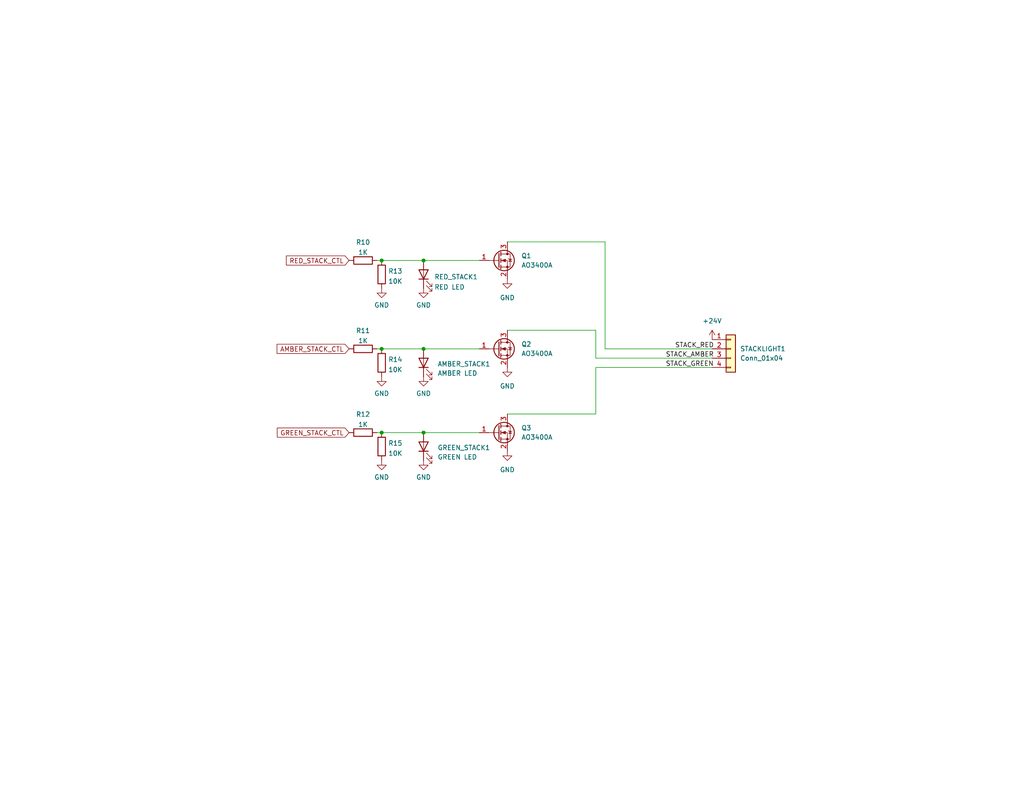
<source format=kicad_sch>
(kicad_sch (version 20211123) (generator eeschema)
  (paper "A")
  (title_block (title "Stacklight Control") (date "2022-10-17") (rev "1") (company "i3Detroit"))
  (lib_symbols
    (symbol "Connector_Generic:Conn_01x04" (pin_names (offset 1.016) hide)
      (property "Reference" "J" (at 0 5.08 0))
      (property "Value" "Conn_01x04" (at 0 -7.62 0))
      (symbol "Conn_01x04_1_1"
        (rectangle (start -1.27 -4.953) (end 0 -5.207) (stroke (width 0.1524)))
        (rectangle (start -1.27 -2.413) (end 0 -2.667) (stroke (width 0.1524)))
        (rectangle (start -1.27 0.127) (end 0 -0.127) (stroke (width 0.1524)))
        (rectangle (start -1.27 2.667) (end 0 2.413) (stroke (width 0.1524)))
        (rectangle (start -1.27 3.81) (end 1.27 -6.35) (stroke (width 0.254)) (fill (type background)))
        (pin passive line (at -5.08 2.54 0) (length 3.81) (name "Pin_1") (number "1"))
        (pin passive line (at -5.08 0 0) (length 3.81) (name "Pin_2") (number "2"))
        (pin passive line (at -5.08 -2.54 0) (length 3.81) (name "Pin_3") (number "3"))
        (pin passive line (at -5.08 -5.08 0) (length 3.81) (name "Pin_4") (number "4"))
      )
    )
    (symbol "Device:LED" (pin_numbers hide) (pin_names (offset 1.016) hide)
      (property "Reference" "D" (at 0 2.54 0))
      (property "Value" "LED" (at 0 -2.54 0))
      (symbol "LED_0_1"
        (polyline (pts (xy -1.27 -1.27) (xy -1.27 1.27)) (stroke (width 0.254)))
        (polyline (pts (xy -1.27 0) (xy 1.27 0)))
        (polyline (pts (xy 1.27 -1.27) (xy 1.27 1.27) (xy -1.27 0) (xy 1.27 -1.27)) (stroke (width 0.254)))
        (polyline (pts (xy -3.048 -0.762) (xy -4.572 -2.286) (xy -3.81 -2.286) (xy -4.572 -2.286) (xy -4.572 -1.524)))
        (polyline (pts (xy -1.778 -0.762) (xy -3.302 -2.286) (xy -2.54 -2.286) (xy -3.302 -2.286) (xy -3.302 -1.524)))
      )
      (symbol "LED_1_1"
        (pin passive line (at -3.81 0 0) (length 2.54) (name "K") (number "1"))
        (pin passive line (at 3.81 0 180) (length 2.54) (name "A") (number "2"))
      )
    )
    (symbol "Device:R" (pin_numbers hide) (pin_names (offset 0))
      (property "Reference" "R" (at 2.032 0 90))
      (property "Value" "R" (at 0 0 90))
      (symbol "R_0_1"
        (rectangle (start -1.016 -2.54) (end 1.016 2.54) (stroke (width 0.254)))
      )
      (symbol "R_1_1"
        (pin passive line (at 0 3.81 270) (length 1.27) (name "~") (number "1"))
        (pin passive line (at 0 -3.81 90) (length 1.27) (name "~") (number "2"))
      )
    )
    (symbol "Transistor_FET:AO3400A" (pin_names hide)
      (property "Reference" "Q" (at 5.08 1.905 0))
      (property "Value" "AO3400A" (at 5.08 0 0))
      (symbol "AO3400A_0_1"
        (polyline (pts (xy 0.254 0) (xy -2.54 0)))
        (polyline (pts (xy 0.254 1.905) (xy 0.254 -1.905)) (stroke (width 0.254)))
        (polyline (pts (xy 0.762 -1.27) (xy 0.762 -2.286)) (stroke (width 0.254)))
        (polyline (pts (xy 0.762 0.508) (xy 0.762 -0.508)) (stroke (width 0.254)))
        (polyline (pts (xy 0.762 2.286) (xy 0.762 1.27)) (stroke (width 0.254)))
        (polyline (pts (xy 2.54 2.54) (xy 2.54 1.778)))
        (polyline (pts (xy 2.54 -2.54) (xy 2.54 0) (xy 0.762 0)))
        (polyline (pts (xy 0.762 -1.778) (xy 3.302 -1.778) (xy 3.302 1.778) (xy 0.762 1.778)))
        (polyline (pts (xy 1.016 0) (xy 2.032 0.381) (xy 2.032 -0.381) (xy 1.016 0)) (fill (type outline)))
        (polyline (pts (xy 2.794 0.508) (xy 2.921 0.381) (xy 3.683 0.381) (xy 3.81 0.254)))
        (polyline (pts (xy 3.302 0.381) (xy 2.921 -0.254) (xy 3.683 -0.254) (xy 3.302 0.381)))
        (circle (center 1.651 0) (radius 2.794) (stroke (width 0.254)))
        (circle (center 2.54 -1.778) (radius 0.254) (fill (type outline)))
        (circle (center 2.54 1.778) (radius 0.254) (fill (type outline)))
      )
      (symbol "AO3400A_1_1"
        (pin input line (at -5.08 0 0) (length 2.54) (name "G") (number "1"))
        (pin passive line (at 2.54 -5.08 90) (length 2.54) (name "S") (number "2"))
        (pin passive line (at 2.54 5.08 270) (length 2.54) (name "D") (number "3"))
      )
    )
    (symbol "power:+24V" (power) (pin_names (offset 0))
      (property "Value" "+24V" (at 0 3.556 0))
      (symbol "+24V_0_1"
        (polyline (pts (xy -0.762 1.27) (xy 0 2.54)))
        (polyline (pts (xy 0 0) (xy 0 2.54)))
        (polyline (pts (xy 0 2.54) (xy 0.762 1.27)))
      )
      (symbol "+24V_1_1"
        (pin power_in line (at 0 0 90) (length 0) hide (name "+24V") (number "1"))
      )
    )
    (symbol "power:GND" (power) (pin_names (offset 0))
      (property "Value" "GND" (at 0 -3.81 0))
      (symbol "GND_0_1"
        (polyline (pts (xy 0 0) (xy 0 -1.27) (xy 1.27 -1.27) (xy 0 -2.54) (xy -1.27 -1.27) (xy 0 -1.27)))
      )
      (symbol "GND_1_1"
        (pin power_in line (at 0 0 270) (length 0) hide (name "GND") (number "1"))
      )
    )
  )
  (junction (at 104.14 118.11))
  (junction (at 115.57 95.25))
  (junction (at 115.57 118.11))
  (junction (at 104.14 95.25))
  (junction (at 115.57 71.12))
  (junction (at 104.14 71.12))
  (wire (pts (xy 115.57 118.11) (xy 130.81 118.11)))
  (wire (pts (xy 162.56 90.17) (xy 138.43 90.17)))
  (wire (pts (xy 194.31 95.25) (xy 165.1 95.25)))
  (wire (pts (xy 138.43 113.03) (xy 162.56 113.03)))
  (wire (pts (xy 165.1 66.04) (xy 138.43 66.04)))
  (wire (pts (xy 115.57 71.12) (xy 130.81 71.12)))
  (wire (pts (xy 162.56 100.33) (xy 162.56 113.03)))
  (wire (pts (xy 104.14 71.12) (xy 115.57 71.12)))
  (wire (pts (xy 194.31 97.79) (xy 162.56 97.79)))
  (wire (pts (xy 165.1 95.25) (xy 165.1 66.04)))
  (wire (pts (xy 102.87 118.11) (xy 104.14 118.11)))
  (wire (pts (xy 115.57 95.25) (xy 130.81 95.25)))
  (wire (pts (xy 194.31 100.33) (xy 162.56 100.33)))
  (wire (pts (xy 102.87 71.12) (xy 104.14 71.12)))
  (wire (pts (xy 162.56 97.79) (xy 162.56 90.17)))
  (wire (pts (xy 104.14 118.11) (xy 115.57 118.11)))
  (wire (pts (xy 104.14 95.25) (xy 115.57 95.25)))
  (wire (pts (xy 102.87 95.25) (xy 104.14 95.25)))
  (label "STACK_GREEN" (at 181.61 100.33 0))
  (label "STACK_RED" (at 184.15 95.25 0))
  (label "STACK_AMBER" (at 181.61 97.79 0))
  (global_label "RED_STACK_CTL" (shape input) (at 95.25 71.12 180) (property "Intersheet References" "${INTERSHEET_REFS}" (at 78.1412 71.0406 0) (effects (justify right))))
  (global_label "AMBER_STACK_CTL" (shape input) (at 95.25 95.25 180) (property "Intersheet References" "${INTERSHEET_REFS}" (at 75.6012 95.1706 0) (effects (justify right))))
  (global_label "GREEN_STACK_CTL" (shape input) (at 95.25 118.11 180) (property "Intersheet References" "${INTERSHEET_REFS}" (at 75.6617 118.0306 0) (effects (justify right))))
  (symbol (lib_id "Device:LED") (at 115.57 121.92 90) (unit 1)
    (property "Reference" "GREEN_STACK1" (at 119.38 122.2374 90) (effects (justify right)))
    (property "Value" "GREEN LED" (at 119.38 124.7774 90) (effects (justify right)))
    (property "Footprint" "LED_SMD:LED_0603_1608Metric" (effects hide))
  )
  (symbol (lib_id "Device:R") (at 104.14 74.93 0) (unit 1)
    (property "Reference" "R13" (at 105.918 74.0215 0) (effects (justify left)))
    (property "Value" "10K" (at 105.918 76.7966 0) (effects (justify left)))
    (property "Footprint" "Resistor_SMD:R_0603_1608Metric" (effects hide))
  )
  (symbol (lib_id "Transistor_FET:AO3400A") (at 135.89 95.25 0) (unit 1)
    (property "Reference" "Q2" (at 142.24 93.9799 0) (effects (justify left)))
    (property "Value" "AO3400A" (at 142.24 96.5199 0) (effects (justify left)))
    (property "Footprint" "Package_TO_SOT_SMD:SOT-23" (effects hide))
    (property "Datasheet" "http://www.aosmd.com/pdfs/datasheet/AO3400A.pdf" (effects hide))
  )
  (symbol (lib_id "Device:R") (at 99.06 118.11 90) (unit 1)
    (property "Reference" "R12" (at 99.06 113.1275 90))
    (property "Value" "1K" (at 99.06 115.9026 90))
    (property "Footprint" "Resistor_SMD:R_0603_1608Metric" (effects hide))
  )
  (symbol (lib_id "Device:LED") (at 115.57 74.93 90) (unit 1)
    (property "Reference" "RED_STACK1" (at 118.491 75.609 90) (effects (justify right)))
    (property "Value" "RED LED" (at 118.491 78.3841 90) (effects (justify right)))
    (property "Footprint" "LED_SMD:LED_0603_1608Metric" (effects hide))
  )
  (symbol (lib_id "power:GND") (at 104.14 125.73 0) (unit 1)
    (property "Reference" "#PWR039" (effects hide))
    (property "Value" "GND" (at 104.14 130.2925 0))
  )
  (symbol (lib_id "power:+24V") (at 194.31 92.71 0) (unit 1)
    (property "Reference" "#PWR046" (effects hide))
    (property "Value" "+24V" (at 194.31 87.63 0))
  )
  (symbol (lib_id "Device:R") (at 99.06 95.25 90) (unit 1)
    (property "Reference" "R11" (at 99.06 90.2675 90))
    (property "Value" "1K" (at 99.06 93.0426 90))
    (property "Footprint" "Resistor_SMD:R_0603_1608Metric" (effects hide))
  )
  (symbol (lib_id "power:GND") (at 115.57 102.87 0) (unit 1)
    (property "Reference" "#PWR041" (effects hide))
    (property "Value" "GND" (at 115.57 107.4325 0))
  )
  (symbol (lib_id "power:GND") (at 104.14 102.87 0) (unit 1)
    (property "Reference" "#PWR038" (effects hide))
    (property "Value" "GND" (at 104.14 107.4325 0))
  )
  (symbol (lib_id "Device:R") (at 99.06 71.12 90) (unit 1)
    (property "Reference" "R10" (at 99.06 66.1375 90))
    (property "Value" "1K" (at 99.06 68.9126 90))
    (property "Footprint" "Resistor_SMD:R_0603_1608Metric" (effects hide))
  )
  (symbol (lib_id "power:GND") (at 104.14 78.74 0) (unit 1)
    (property "Reference" "#PWR037" (effects hide))
    (property "Value" "GND" (at 104.14 83.3025 0))
  )
  (symbol (lib_id "power:GND") (at 115.57 125.73 0) (unit 1)
    (property "Reference" "#PWR042" (effects hide))
    (property "Value" "GND" (at 115.57 130.2925 0))
  )
  (symbol (lib_id "Device:R") (at 104.14 99.06 0) (unit 1)
    (property "Reference" "R14" (at 105.918 98.1515 0) (effects (justify left)))
    (property "Value" "10K" (at 105.918 100.9266 0) (effects (justify left)))
    (property "Footprint" "Resistor_SMD:R_0603_1608Metric" (effects hide))
  )
  (symbol (lib_id "power:GND") (at 138.43 76.2 0) (unit 1)
    (property "Reference" "#PWR043" (effects hide))
    (property "Value" "GND" (at 138.43 81.28 0))
  )
  (symbol (lib_id "Transistor_FET:AO3400A") (at 135.89 118.11 0) (unit 1)
    (property "Reference" "Q3" (at 142.24 116.8399 0) (effects (justify left)))
    (property "Value" "AO3400A" (at 142.24 119.3799 0) (effects (justify left)))
    (property "Footprint" "Package_TO_SOT_SMD:SOT-23" (effects hide))
    (property "Datasheet" "http://www.aosmd.com/pdfs/datasheet/AO3400A.pdf" (effects hide))
  )
  (symbol (lib_id "power:GND") (at 138.43 123.19 0) (unit 1)
    (property "Reference" "#PWR045" (effects hide))
    (property "Value" "GND" (at 138.43 128.27 0))
  )
  (symbol (lib_id "power:GND") (at 115.57 78.74 0) (unit 1)
    (property "Reference" "#PWR040" (effects hide))
    (property "Value" "GND" (at 115.57 83.3025 0))
  )
  (symbol (lib_id "Device:R") (at 104.14 121.92 0) (unit 1)
    (property "Reference" "R15" (at 105.918 121.0115 0) (effects (justify left)))
    (property "Value" "10K" (at 105.918 123.7866 0) (effects (justify left)))
    (property "Footprint" "Resistor_SMD:R_0603_1608Metric" (effects hide))
  )
  (symbol (lib_id "Connector_Generic:Conn_01x04") (at 199.39 95.25 0) (unit 1)
    (property "Reference" "STACKLIGHT1" (at 201.93 95.2499 0) (effects (justify left)))
    (property "Value" "Conn_01x04" (at 201.93 97.7899 0) (effects (justify left)))
    (property "Footprint" "Connector_JST:JST_PH_B4B-PH-K_1x04_P2.00mm_Vertical" (effects hide))
  )
  (symbol (lib_id "power:GND") (at 138.43 100.33 0) (unit 1)
    (property "Reference" "#PWR044" (effects hide))
    (property "Value" "GND" (at 138.43 105.41 0))
  )
  (symbol (lib_id "Transistor_FET:AO3400A") (at 135.89 71.12 0) (unit 1)
    (property "Reference" "Q1" (at 142.24 69.8499 0) (effects (justify left)))
    (property "Value" "AO3400A" (at 142.24 72.3899 0) (effects (justify left)))
    (property "Footprint" "Package_TO_SOT_SMD:SOT-23" (effects hide))
    (property "Datasheet" "http://www.aosmd.com/pdfs/datasheet/AO3400A.pdf" (effects hide))
  )
  (symbol (lib_id "Device:LED") (at 115.57 99.06 90) (unit 1)
    (property "Reference" "AMBER_STACK1" (at 119.38 99.3774 90) (effects (justify right)))
    (property "Value" "AMBER LED" (at 119.38 101.9174 90) (effects (justify right)))
    (property "Footprint" "LED_SMD:LED_0603_1608Metric" (effects hide))
  )
)
</source>
